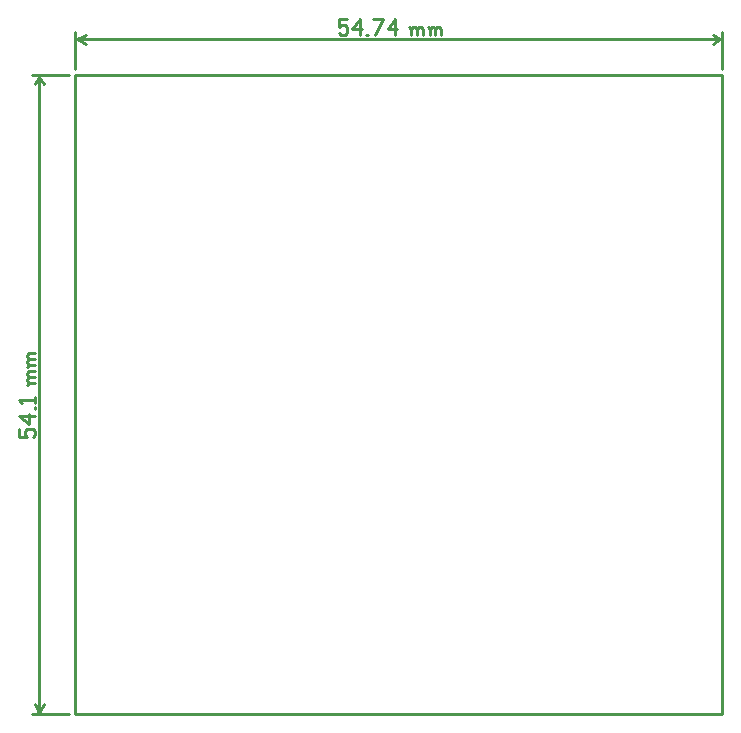
<source format=gbr>
G04 start of page 4 for group 4 idx 6 *
G04 Title: (unknown), outline *
G04 Creator: pcb 20140316 *
G04 CreationDate: Sun 10 Nov 2019 02:50:04 PM GMT UTC *
G04 For: sladekm *
G04 Format: Gerber/RS-274X *
G04 PCB-Dimensions (mm): 70.00 70.00 *
G04 PCB-Coordinate-Origin: lower left *
%MOMM*%
%FSLAX43Y43*%
%LNOUTLINE*%
%ADD59C,0.254*%
G54D59*X8509Y61491D02*X63246D01*
X8636Y64539D02*X62992D01*
X8509Y65174D02*Y61999D01*
X8636Y64539D02*X9398Y64158D01*
X8001Y61491D02*X4826D01*
X5080Y60729D02*X5461Y61364D01*
X5842Y60729D01*
X63246Y61491D02*Y7389D01*
Y65174D02*Y61999D01*
X62484Y64920D02*X63119Y64539D01*
X62484Y64158D01*
X8509Y7389D02*Y61491D01*
Y7389D02*X63246D01*
X9398Y64920D02*X8636Y64539D01*
X4826Y7389D02*X8001D01*
X5080Y8278D02*X5461Y7516D01*
X5842Y8278D01*
X5461Y61237D02*Y7516D01*
X3762Y31549D02*Y30884D01*
X4427D01*
X4261Y31050D01*
Y31383D02*Y31050D01*
Y31383D02*X4427Y31549D01*
X4926D01*
X5093Y31383D02*X4926Y31549D01*
X5093Y31383D02*Y31050D01*
X4926Y30884D02*X5093Y31050D01*
X4594Y31949D02*X3762Y32614D01*
X4594Y32781D02*Y31949D01*
X3762Y32614D02*X5093D01*
Y33346D02*Y33180D01*
X4028Y33746D02*X3762Y34012D01*
X5093D01*
Y34245D02*Y33746D01*
X4594Y35409D02*X5093D01*
X4594D02*X4427Y35576D01*
Y35742D02*Y35576D01*
Y35742D02*X4594Y35908D01*
X5093D01*
X4594D02*X4427Y36075D01*
Y36241D02*Y36075D01*
Y36241D02*X4594Y36407D01*
X5093D01*
X4427Y35243D02*X4594Y35409D01*
Y36973D02*X5093D01*
X4594D02*X4427Y37140D01*
Y37306D02*Y37140D01*
Y37306D02*X4594Y37472D01*
X5093D01*
X4594D02*X4427Y37639D01*
Y37805D02*Y37639D01*
Y37805D02*X4594Y37971D01*
X5093D01*
X4427Y36807D02*X4594Y36973D01*
X30861Y66238D02*X31526D01*
X30861D02*Y65573D01*
X31027Y65739D01*
X31360D01*
X31526Y65573D01*
Y65074D01*
X31360Y64907D02*X31526Y65074D01*
X31027Y64907D02*X31360D01*
X30861Y65074D02*X31027Y64907D01*
X31926Y65406D02*X32591Y66238D01*
X31926Y65406D02*X32758D01*
X32591Y66238D02*Y64907D01*
X33157D02*X33323D01*
X33889D02*X34554Y66238D01*
X33723D02*X34554D01*
X34954Y65406D02*X35619Y66238D01*
X34954Y65406D02*X35786D01*
X35619Y66238D02*Y64907D01*
X36950Y65406D02*Y64907D01*
Y65406D02*X37117Y65573D01*
X37283D01*
X37449Y65406D01*
Y64907D01*
Y65406D02*X37616Y65573D01*
X37782D01*
X37948Y65406D01*
Y64907D01*
X36784Y65573D02*X36950Y65406D01*
X38514D02*Y64907D01*
Y65406D02*X38680Y65573D01*
X38847D01*
X39013Y65406D01*
Y64907D01*
Y65406D02*X39180Y65573D01*
X39346D01*
X39512Y65406D01*
Y64907D01*
X38348Y65573D02*X38514Y65406D01*
M02*

</source>
